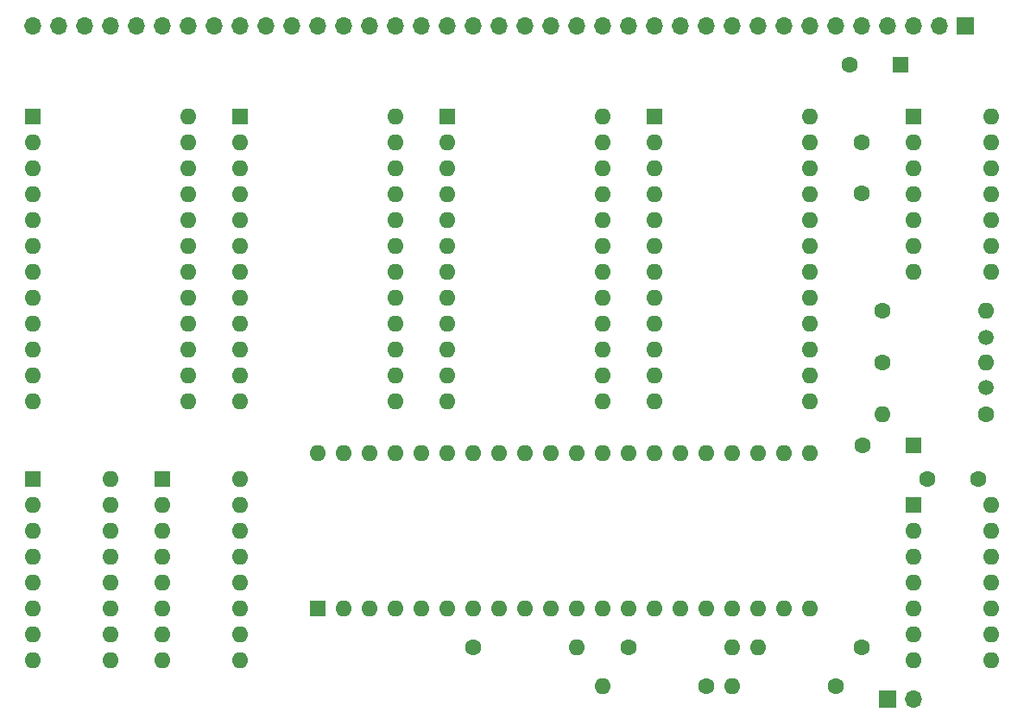
<source format=gbr>
%TF.GenerationSoftware,KiCad,Pcbnew,6.0.2+dfsg-1*%
%TF.CreationDate,2024-06-04T09:24:21+02:00*%
%TF.ProjectId,SBC2_Rebuild,53424332-5f52-4656-9275-696c642e6b69,rev?*%
%TF.SameCoordinates,Original*%
%TF.FileFunction,Soldermask,Bot*%
%TF.FilePolarity,Negative*%
%FSLAX46Y46*%
G04 Gerber Fmt 4.6, Leading zero omitted, Abs format (unit mm)*
G04 Created by KiCad (PCBNEW 6.0.2+dfsg-1) date 2024-06-04 09:24:21*
%MOMM*%
%LPD*%
G01*
G04 APERTURE LIST*
%ADD10R,1.600000X1.600000*%
%ADD11C,1.600000*%
%ADD12O,1.600000X1.600000*%
%ADD13R,1.700000X1.700000*%
%ADD14O,1.700000X1.700000*%
%ADD15C,1.500000*%
G04 APERTURE END LIST*
D10*
%TO.C,C4*%
X163830000Y-63500000D03*
D11*
X158830000Y-63500000D03*
%TD*%
D10*
%TO.C,U1*%
X165100000Y-106675000D03*
D12*
X165100000Y-109215000D03*
X165100000Y-111755000D03*
X165100000Y-114295000D03*
X165100000Y-116835000D03*
X165100000Y-119375000D03*
X165100000Y-121915000D03*
X172720000Y-121915000D03*
X172720000Y-119375000D03*
X172720000Y-116835000D03*
X172720000Y-114295000D03*
X172720000Y-111755000D03*
X172720000Y-109215000D03*
X172720000Y-106675000D03*
%TD*%
D10*
%TO.C,U7*%
X99060000Y-68580000D03*
D12*
X99060000Y-71120000D03*
X99060000Y-73660000D03*
X99060000Y-76200000D03*
X99060000Y-78740000D03*
X99060000Y-81280000D03*
X99060000Y-83820000D03*
X99060000Y-86360000D03*
X99060000Y-88900000D03*
X99060000Y-91440000D03*
X99060000Y-93980000D03*
X99060000Y-96520000D03*
X114300000Y-96520000D03*
X114300000Y-93980000D03*
X114300000Y-91440000D03*
X114300000Y-88900000D03*
X114300000Y-86360000D03*
X114300000Y-83820000D03*
X114300000Y-81280000D03*
X114300000Y-78740000D03*
X114300000Y-76200000D03*
X114300000Y-73660000D03*
X114300000Y-71120000D03*
X114300000Y-68580000D03*
%TD*%
D11*
%TO.C,R5*%
X157480000Y-124460000D03*
D12*
X147320000Y-124460000D03*
%TD*%
D11*
%TO.C,R2*%
X162020000Y-92710000D03*
D12*
X172180000Y-92710000D03*
%TD*%
D11*
%TO.C,R7*%
X144780000Y-124460000D03*
D12*
X134620000Y-124460000D03*
%TD*%
D11*
%TO.C,R8*%
X121920000Y-120650000D03*
D12*
X132080000Y-120650000D03*
%TD*%
D10*
%TO.C,C1*%
X165100000Y-100830000D03*
D11*
X160100000Y-100830000D03*
%TD*%
D10*
%TO.C,U9*%
X139700000Y-68580000D03*
D12*
X139700000Y-71120000D03*
X139700000Y-73660000D03*
X139700000Y-76200000D03*
X139700000Y-78740000D03*
X139700000Y-81280000D03*
X139700000Y-83820000D03*
X139700000Y-86360000D03*
X139700000Y-88900000D03*
X139700000Y-91440000D03*
X139700000Y-93980000D03*
X139700000Y-96520000D03*
X154940000Y-96520000D03*
X154940000Y-93980000D03*
X154940000Y-91440000D03*
X154940000Y-88900000D03*
X154940000Y-86360000D03*
X154940000Y-83820000D03*
X154940000Y-81280000D03*
X154940000Y-78740000D03*
X154940000Y-76200000D03*
X154940000Y-73660000D03*
X154940000Y-71120000D03*
X154940000Y-68580000D03*
%TD*%
D11*
%TO.C,C3*%
X160020000Y-76160000D03*
X160020000Y-71160000D03*
%TD*%
D10*
%TO.C,U6*%
X78740000Y-68580000D03*
D12*
X78740000Y-71120000D03*
X78740000Y-73660000D03*
X78740000Y-76200000D03*
X78740000Y-78740000D03*
X78740000Y-81280000D03*
X78740000Y-83820000D03*
X78740000Y-86360000D03*
X78740000Y-88900000D03*
X78740000Y-91440000D03*
X78740000Y-93980000D03*
X78740000Y-96520000D03*
X93980000Y-96520000D03*
X93980000Y-93980000D03*
X93980000Y-91440000D03*
X93980000Y-88900000D03*
X93980000Y-86360000D03*
X93980000Y-83820000D03*
X93980000Y-81280000D03*
X93980000Y-78740000D03*
X93980000Y-76200000D03*
X93980000Y-73660000D03*
X93980000Y-71120000D03*
X93980000Y-68580000D03*
%TD*%
D13*
%TO.C,SW1*%
X162560000Y-125730000D03*
D14*
X165100000Y-125730000D03*
%TD*%
D11*
%TO.C,C2*%
X166410000Y-104140000D03*
X171410000Y-104140000D03*
%TD*%
D10*
%TO.C,U3*%
X106685000Y-116845000D03*
D12*
X109225000Y-116845000D03*
X111765000Y-116845000D03*
X114305000Y-116845000D03*
X116845000Y-116845000D03*
X119385000Y-116845000D03*
X121925000Y-116845000D03*
X124465000Y-116845000D03*
X127005000Y-116845000D03*
X129545000Y-116845000D03*
X132085000Y-116845000D03*
X134625000Y-116845000D03*
X137165000Y-116845000D03*
X139705000Y-116845000D03*
X142245000Y-116845000D03*
X144785000Y-116845000D03*
X147325000Y-116845000D03*
X149865000Y-116845000D03*
X152405000Y-116845000D03*
X154945000Y-116845000D03*
X154945000Y-101605000D03*
X152405000Y-101605000D03*
X149865000Y-101605000D03*
X147325000Y-101605000D03*
X144785000Y-101605000D03*
X142245000Y-101605000D03*
X139705000Y-101605000D03*
X137165000Y-101605000D03*
X134625000Y-101605000D03*
X132085000Y-101605000D03*
X129545000Y-101605000D03*
X127005000Y-101605000D03*
X124465000Y-101605000D03*
X121925000Y-101605000D03*
X119385000Y-101605000D03*
X116845000Y-101605000D03*
X114305000Y-101605000D03*
X111765000Y-101605000D03*
X109225000Y-101605000D03*
X106685000Y-101605000D03*
%TD*%
D10*
%TO.C,U8*%
X119380000Y-68580000D03*
D12*
X119380000Y-71120000D03*
X119380000Y-73660000D03*
X119380000Y-76200000D03*
X119380000Y-78740000D03*
X119380000Y-81280000D03*
X119380000Y-83820000D03*
X119380000Y-86360000D03*
X119380000Y-88900000D03*
X119380000Y-91440000D03*
X119380000Y-93980000D03*
X119380000Y-96520000D03*
X134620000Y-96520000D03*
X134620000Y-93980000D03*
X134620000Y-91440000D03*
X134620000Y-88900000D03*
X134620000Y-86360000D03*
X134620000Y-83820000D03*
X134620000Y-81280000D03*
X134620000Y-78740000D03*
X134620000Y-76200000D03*
X134620000Y-73660000D03*
X134620000Y-71120000D03*
X134620000Y-68580000D03*
%TD*%
D11*
%TO.C,R4*%
X160020000Y-120650000D03*
D12*
X149860000Y-120650000D03*
%TD*%
D10*
%TO.C,U2*%
X165100000Y-68580000D03*
D12*
X165100000Y-71120000D03*
X165100000Y-73660000D03*
X165100000Y-76200000D03*
X165100000Y-78740000D03*
X165100000Y-81280000D03*
X165100000Y-83820000D03*
X172720000Y-83820000D03*
X172720000Y-81280000D03*
X172720000Y-78740000D03*
X172720000Y-76200000D03*
X172720000Y-73660000D03*
X172720000Y-71120000D03*
X172720000Y-68580000D03*
%TD*%
D15*
%TO.C,Y1*%
X172180000Y-95160000D03*
X172180000Y-90260000D03*
%TD*%
D10*
%TO.C,U4*%
X78740000Y-104140000D03*
D12*
X78740000Y-106680000D03*
X78740000Y-109220000D03*
X78740000Y-111760000D03*
X78740000Y-114300000D03*
X78740000Y-116840000D03*
X78740000Y-119380000D03*
X78740000Y-121920000D03*
X86360000Y-121920000D03*
X86360000Y-119380000D03*
X86360000Y-116840000D03*
X86360000Y-114300000D03*
X86360000Y-111760000D03*
X86360000Y-109220000D03*
X86360000Y-106680000D03*
X86360000Y-104140000D03*
%TD*%
D11*
%TO.C,R1*%
X172180000Y-97790000D03*
D12*
X162020000Y-97790000D03*
%TD*%
D11*
%TO.C,R6*%
X137160000Y-120650000D03*
D12*
X147320000Y-120650000D03*
%TD*%
D11*
%TO.C,R3*%
X162020000Y-87630000D03*
D12*
X172180000Y-87630000D03*
%TD*%
D10*
%TO.C,U5*%
X91440000Y-104140000D03*
D12*
X91440000Y-106680000D03*
X91440000Y-109220000D03*
X91440000Y-111760000D03*
X91440000Y-114300000D03*
X91440000Y-116840000D03*
X91440000Y-119380000D03*
X91440000Y-121920000D03*
X99060000Y-121920000D03*
X99060000Y-119380000D03*
X99060000Y-116840000D03*
X99060000Y-114300000D03*
X99060000Y-111760000D03*
X99060000Y-109220000D03*
X99060000Y-106680000D03*
X99060000Y-104140000D03*
%TD*%
D13*
%TO.C,J1*%
X170180000Y-59690000D03*
D14*
X167640000Y-59690000D03*
X165100000Y-59690000D03*
X162560000Y-59690000D03*
X160020000Y-59690000D03*
X157480000Y-59690000D03*
X154940000Y-59690000D03*
X152400000Y-59690000D03*
X149860000Y-59690000D03*
X147320000Y-59690000D03*
X144780000Y-59690000D03*
X142240000Y-59690000D03*
X139700000Y-59690000D03*
X137160000Y-59690000D03*
X134620000Y-59690000D03*
X132080000Y-59690000D03*
X129540000Y-59690000D03*
X127000000Y-59690000D03*
X124460000Y-59690000D03*
X121920000Y-59690000D03*
X119380000Y-59690000D03*
X116840000Y-59690000D03*
X114300000Y-59690000D03*
X111760000Y-59690000D03*
X109220000Y-59690000D03*
X106680000Y-59690000D03*
X104140000Y-59690000D03*
X101600000Y-59690000D03*
X99060000Y-59690000D03*
X96520000Y-59690000D03*
X93980000Y-59690000D03*
X91440000Y-59690000D03*
X88900000Y-59690000D03*
X86360000Y-59690000D03*
X83820000Y-59690000D03*
X81280000Y-59690000D03*
X78740000Y-59690000D03*
%TD*%
M02*

</source>
